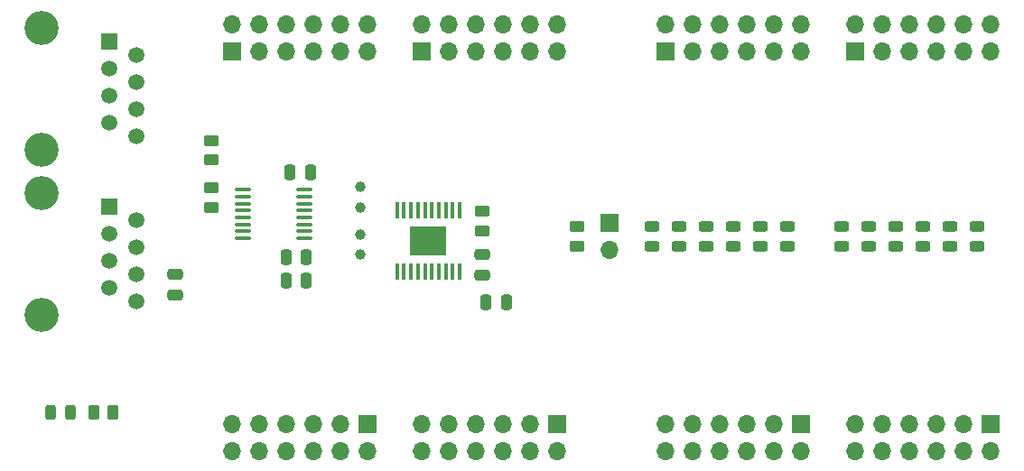
<source format=gbr>
%TF.GenerationSoftware,KiCad,Pcbnew,8.0.2*%
%TF.CreationDate,2025-01-01T18:30:46+01:00*%
%TF.ProjectId,test,74657374-2e6b-4696-9361-645f70636258,rev?*%
%TF.SameCoordinates,Original*%
%TF.FileFunction,Soldermask,Top*%
%TF.FilePolarity,Negative*%
%FSLAX46Y46*%
G04 Gerber Fmt 4.6, Leading zero omitted, Abs format (unit mm)*
G04 Created by KiCad (PCBNEW 8.0.2) date 2025-01-01 18:30:46*
%MOMM*%
%LPD*%
G01*
G04 APERTURE LIST*
G04 Aperture macros list*
%AMRoundRect*
0 Rectangle with rounded corners*
0 $1 Rounding radius*
0 $2 $3 $4 $5 $6 $7 $8 $9 X,Y pos of 4 corners*
0 Add a 4 corners polygon primitive as box body*
4,1,4,$2,$3,$4,$5,$6,$7,$8,$9,$2,$3,0*
0 Add four circle primitives for the rounded corners*
1,1,$1+$1,$2,$3*
1,1,$1+$1,$4,$5*
1,1,$1+$1,$6,$7*
1,1,$1+$1,$8,$9*
0 Add four rect primitives between the rounded corners*
20,1,$1+$1,$2,$3,$4,$5,0*
20,1,$1+$1,$4,$5,$6,$7,0*
20,1,$1+$1,$6,$7,$8,$9,0*
20,1,$1+$1,$8,$9,$2,$3,0*%
G04 Aperture macros list end*
%ADD10RoundRect,0.250000X0.450000X-0.262500X0.450000X0.262500X-0.450000X0.262500X-0.450000X-0.262500X0*%
%ADD11O,1.700000X1.700000*%
%ADD12R,1.700000X1.700000*%
%ADD13RoundRect,0.243750X-0.456250X0.243750X-0.456250X-0.243750X0.456250X-0.243750X0.456250X0.243750X0*%
%ADD14RoundRect,0.250000X-0.250000X-0.475000X0.250000X-0.475000X0.250000X0.475000X-0.250000X0.475000X0*%
%ADD15C,3.200000*%
%ADD16R,1.500000X1.500000*%
%ADD17C,1.500000*%
%ADD18RoundRect,0.250000X0.250000X0.475000X-0.250000X0.475000X-0.250000X-0.475000X0.250000X-0.475000X0*%
%ADD19C,1.000000*%
%ADD20RoundRect,0.243750X-0.243750X-0.456250X0.243750X-0.456250X0.243750X0.456250X-0.243750X0.456250X0*%
%ADD21RoundRect,0.250000X-0.450000X0.262500X-0.450000X-0.262500X0.450000X-0.262500X0.450000X0.262500X0*%
%ADD22RoundRect,0.250000X0.475000X-0.250000X0.475000X0.250000X-0.475000X0.250000X-0.475000X-0.250000X0*%
%ADD23R,3.430000X2.750000*%
%ADD24RoundRect,0.100000X-0.100000X0.687500X-0.100000X-0.687500X0.100000X-0.687500X0.100000X0.687500X0*%
%ADD25RoundRect,0.100000X-0.637500X-0.100000X0.637500X-0.100000X0.637500X0.100000X-0.637500X0.100000X0*%
%ADD26RoundRect,0.250000X0.262500X0.450000X-0.262500X0.450000X-0.262500X-0.450000X0.262500X-0.450000X0*%
G04 APERTURE END LIST*
D10*
%TO.C,R5*%
X150500000Y-90087500D03*
X150500000Y-91912500D03*
%TD*%
D11*
%TO.C,J3*%
X153525000Y-92290000D03*
D12*
X153525000Y-89750000D03*
%TD*%
D13*
%TO.C,D11*%
X162560000Y-90062500D03*
X162560000Y-91937500D03*
%TD*%
D14*
%TO.C,C1*%
X141925000Y-97155000D03*
X143825000Y-97155000D03*
%TD*%
D15*
%TO.C,J2*%
X100250000Y-86947500D03*
X100250000Y-98377500D03*
D16*
X106600000Y-88217500D03*
D17*
X109140000Y-89487500D03*
X106600000Y-90757500D03*
X109140000Y-92027500D03*
X106600000Y-93297500D03*
X109140000Y-94567500D03*
X106600000Y-95837500D03*
X109140000Y-97107500D03*
%TD*%
D13*
%TO.C,D3*%
X185420000Y-90062500D03*
X185420000Y-91937500D03*
%TD*%
D18*
%TO.C,C5*%
X125450000Y-85000000D03*
X123550000Y-85000000D03*
%TD*%
D13*
%TO.C,D9*%
X167640000Y-90062500D03*
X167640000Y-91937500D03*
%TD*%
D12*
%TO.C,J11*%
X189230000Y-108580000D03*
D11*
X189230000Y-111120000D03*
X186690000Y-108580000D03*
X186690000Y-111120000D03*
X184150000Y-108580000D03*
X184150000Y-111120000D03*
X181610000Y-108580000D03*
X181610000Y-111120000D03*
X179070000Y-108580000D03*
X179070000Y-111120000D03*
X176530000Y-108580000D03*
X176530000Y-111120000D03*
%TD*%
D13*
%TO.C,D12*%
X160020000Y-90062500D03*
X160020000Y-91937500D03*
%TD*%
D19*
%TO.C,SCI*%
X130175000Y-88265000D03*
%TD*%
D20*
%TO.C,D1*%
X101125000Y-107500000D03*
X103000000Y-107500000D03*
%TD*%
D12*
%TO.C,J5*%
X135890000Y-73665000D03*
D11*
X135890000Y-71125000D03*
X138430000Y-73665000D03*
X138430000Y-71125000D03*
X140970000Y-73665000D03*
X140970000Y-71125000D03*
X143510000Y-73665000D03*
X143510000Y-71125000D03*
X146050000Y-73665000D03*
X146050000Y-71125000D03*
X148590000Y-73665000D03*
X148590000Y-71125000D03*
%TD*%
D15*
%TO.C,J1*%
X100250000Y-71447500D03*
X100250000Y-82877500D03*
D16*
X106600000Y-72717500D03*
D17*
X109140000Y-73987500D03*
X106600000Y-75257500D03*
X109140000Y-76527500D03*
X106600000Y-77797500D03*
X109140000Y-79067500D03*
X106600000Y-80337500D03*
X109140000Y-81607500D03*
%TD*%
D12*
%TO.C,J7*%
X176530000Y-73665000D03*
D11*
X176530000Y-71125000D03*
X179070000Y-73665000D03*
X179070000Y-71125000D03*
X181610000Y-73665000D03*
X181610000Y-71125000D03*
X184150000Y-73665000D03*
X184150000Y-71125000D03*
X186690000Y-73665000D03*
X186690000Y-71125000D03*
X189230000Y-73665000D03*
X189230000Y-71125000D03*
%TD*%
D21*
%TO.C,R1*%
X116205000Y-81995000D03*
X116205000Y-83820000D03*
%TD*%
D12*
%TO.C,J6*%
X158750000Y-73665000D03*
D11*
X158750000Y-71125000D03*
X161290000Y-73665000D03*
X161290000Y-71125000D03*
X163830000Y-73665000D03*
X163830000Y-71125000D03*
X166370000Y-73665000D03*
X166370000Y-71125000D03*
X168910000Y-73665000D03*
X168910000Y-71125000D03*
X171450000Y-73665000D03*
X171450000Y-71125000D03*
%TD*%
D12*
%TO.C,J4*%
X118110000Y-73665000D03*
D11*
X118110000Y-71125000D03*
X120650000Y-73665000D03*
X120650000Y-71125000D03*
X123190000Y-73665000D03*
X123190000Y-71125000D03*
X125730000Y-73665000D03*
X125730000Y-71125000D03*
X128270000Y-73665000D03*
X128270000Y-71125000D03*
X130810000Y-73665000D03*
X130810000Y-71125000D03*
%TD*%
D13*
%TO.C,D6*%
X177800000Y-90062500D03*
X177800000Y-91937500D03*
%TD*%
%TO.C,D13*%
X157480000Y-90062500D03*
X157480000Y-91937500D03*
%TD*%
D22*
%TO.C,C2*%
X112750000Y-96500000D03*
X112750000Y-94600000D03*
%TD*%
D13*
%TO.C,D7*%
X175260000Y-90062500D03*
X175260000Y-91937500D03*
%TD*%
D10*
%TO.C,R2*%
X116205000Y-88265000D03*
X116205000Y-86440000D03*
%TD*%
D12*
%TO.C,J8*%
X130810000Y-108580000D03*
D11*
X130810000Y-111120000D03*
X128270000Y-108580000D03*
X128270000Y-111120000D03*
X125730000Y-108580000D03*
X125730000Y-111120000D03*
X123190000Y-108580000D03*
X123190000Y-111120000D03*
X120650000Y-108580000D03*
X120650000Y-111120000D03*
X118110000Y-108580000D03*
X118110000Y-111120000D03*
%TD*%
D12*
%TO.C,J10*%
X171450000Y-108580000D03*
D11*
X171450000Y-111120000D03*
X168910000Y-108580000D03*
X168910000Y-111120000D03*
X166370000Y-108580000D03*
X166370000Y-111120000D03*
X163830000Y-108580000D03*
X163830000Y-111120000D03*
X161290000Y-108580000D03*
X161290000Y-111120000D03*
X158750000Y-108580000D03*
X158750000Y-111120000D03*
%TD*%
D14*
%TO.C,C3*%
X123200000Y-95200000D03*
X125100000Y-95200000D03*
%TD*%
D21*
%TO.C,R4*%
X141605000Y-88652500D03*
X141605000Y-90477500D03*
%TD*%
D19*
%TO.C,SDI*%
X130175000Y-86360000D03*
%TD*%
D23*
%TO.C,U2*%
X136525000Y-91440000D03*
D24*
X139450000Y-88577500D03*
X138800000Y-88577500D03*
X138150000Y-88577500D03*
X137500000Y-88577500D03*
X136850000Y-88577500D03*
X136200000Y-88577500D03*
X135550000Y-88577500D03*
X134900000Y-88577500D03*
X134250000Y-88577500D03*
X133600000Y-88577500D03*
X133600000Y-94302500D03*
X134250000Y-94302500D03*
X134900000Y-94302500D03*
X135550000Y-94302500D03*
X136200000Y-94302500D03*
X136850000Y-94302500D03*
X137500000Y-94302500D03*
X138150000Y-94302500D03*
X138800000Y-94302500D03*
X139450000Y-94302500D03*
%TD*%
D22*
%TO.C,C6*%
X141605000Y-94640000D03*
X141605000Y-92740000D03*
%TD*%
D13*
%TO.C,D10*%
X165100000Y-90062500D03*
X165100000Y-91937500D03*
%TD*%
%TO.C,D5*%
X180340000Y-90062500D03*
X180340000Y-91937500D03*
%TD*%
D19*
%TO.C,SCO*%
X130175000Y-92710000D03*
%TD*%
D13*
%TO.C,D4*%
X182880000Y-90062500D03*
X182880000Y-91937500D03*
%TD*%
D19*
%TO.C,SDO*%
X130175000Y-90805000D03*
%TD*%
D14*
%TO.C,C4*%
X123195000Y-93000000D03*
X125095000Y-93000000D03*
%TD*%
D12*
%TO.C,J9*%
X148590000Y-108580000D03*
D11*
X148590000Y-111120000D03*
X146050000Y-108580000D03*
X146050000Y-111120000D03*
X143510000Y-108580000D03*
X143510000Y-111120000D03*
X140970000Y-108580000D03*
X140970000Y-111120000D03*
X138430000Y-108580000D03*
X138430000Y-111120000D03*
X135890000Y-108580000D03*
X135890000Y-111120000D03*
%TD*%
D25*
%TO.C,U1*%
X119132500Y-86625000D03*
X119132500Y-87275000D03*
X119132500Y-87925000D03*
X119132500Y-88575000D03*
X119132500Y-89225000D03*
X119132500Y-89875000D03*
X119132500Y-90525000D03*
X119132500Y-91175000D03*
X124857500Y-91175000D03*
X124857500Y-90525000D03*
X124857500Y-89875000D03*
X124857500Y-89225000D03*
X124857500Y-88575000D03*
X124857500Y-87925000D03*
X124857500Y-87275000D03*
X124857500Y-86625000D03*
%TD*%
D13*
%TO.C,D8*%
X170180000Y-90062500D03*
X170180000Y-91937500D03*
%TD*%
%TO.C,D2*%
X187960000Y-90062500D03*
X187960000Y-91937500D03*
%TD*%
D26*
%TO.C,R3*%
X106977500Y-107500000D03*
X105152500Y-107500000D03*
%TD*%
M02*

</source>
